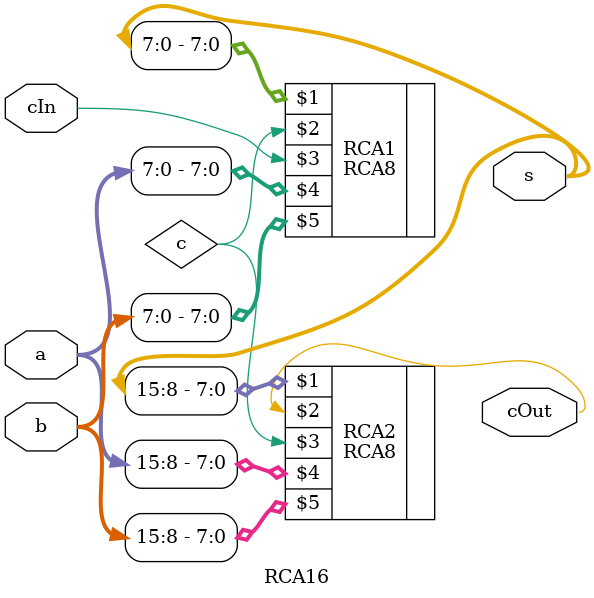
<source format=v>
/**
 * @file RCA16.v
 * @assignment: Assignment 1
 * @problem: (1) Ripple Carry Adder
 * @description: Implementation for a 16-bit ripple carry adder using a 8-bit ripple carry adder
 * @author Parth Jindal(19CS30033), Pranav Rajput(19CS30036)
 * @group X
 */

`include "RCA8.v"

module RCA16(s,cOut,cIn,a,b);
    input [15:0] a, b; //inputs
    input cIn; //carry in
    output [15:0] s; //sum
    output cOut; //carry out
    wire c; //carry forward from one RCA8 unit to the next
    RCA8 RCA1(s[7:0],c,cIn,a[7:0],b[7:0]);
    RCA8 RCA2(s[15:8],cOut,c,a[15:8],b[15:8]);
endmodule
</source>
